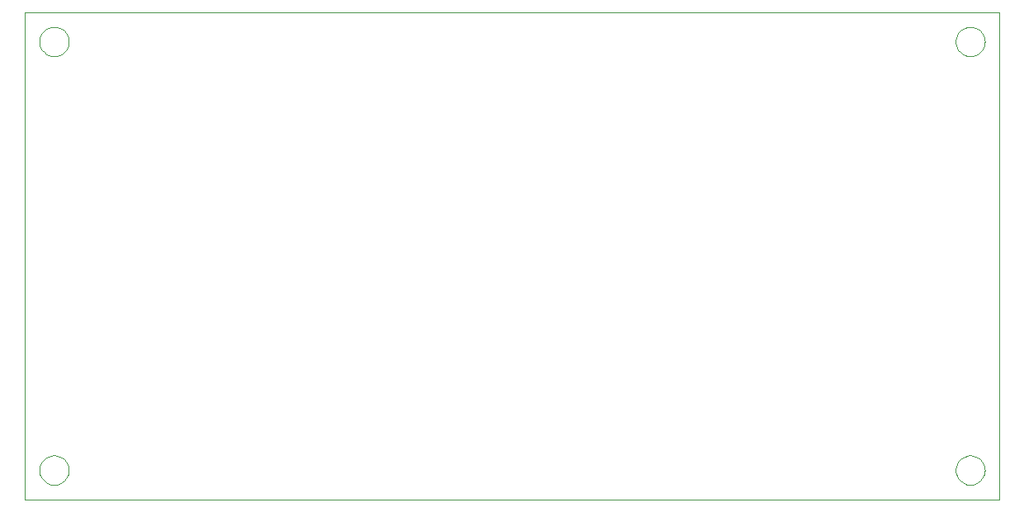
<source format=gbr>
G04 PROTEUS GERBER X2 FILE*
%TF.GenerationSoftware,Labcenter,Proteus,8.16-SP3-Build36097*%
%TF.CreationDate,2025-11-07T09:34:26+00:00*%
%TF.FileFunction,NonPlated,1,2,NPTH*%
%TF.FilePolarity,Positive*%
%TF.Part,Single*%
%TF.SameCoordinates,{86f2edb6-a998-41b4-a695-59585592bfa3}*%
%FSLAX45Y45*%
%MOMM*%
G01*
%TA.AperFunction,Profile*%
%ADD20C,0.101600*%
%TD.AperFunction*%
D20*
X-5528000Y-2391260D02*
X+4472000Y-2391260D01*
X+4472000Y+2608740D01*
X-5528000Y+2608740D01*
X-5528000Y-2391260D01*
X+4322000Y+2308740D02*
X+4321498Y+2320998D01*
X+4317422Y+2345515D01*
X+4308906Y+2370032D01*
X+4295032Y+2394549D01*
X+4273806Y+2418901D01*
X+4249289Y+2437295D01*
X+4224772Y+2449151D01*
X+4200255Y+2456055D01*
X+4175738Y+2458693D01*
X+4172000Y+2458740D01*
X+4022000Y+2308740D02*
X+4022502Y+2320998D01*
X+4026578Y+2345515D01*
X+4035094Y+2370032D01*
X+4048968Y+2394549D01*
X+4070194Y+2418901D01*
X+4094711Y+2437295D01*
X+4119228Y+2449151D01*
X+4143745Y+2456055D01*
X+4168262Y+2458693D01*
X+4172000Y+2458740D01*
X+4022000Y+2308740D02*
X+4022502Y+2296482D01*
X+4026578Y+2271965D01*
X+4035094Y+2247448D01*
X+4048968Y+2222931D01*
X+4070194Y+2198579D01*
X+4094711Y+2180185D01*
X+4119228Y+2168329D01*
X+4143745Y+2161425D01*
X+4168262Y+2158787D01*
X+4172000Y+2158740D01*
X+4322000Y+2308740D02*
X+4321498Y+2296482D01*
X+4317422Y+2271965D01*
X+4308906Y+2247448D01*
X+4295032Y+2222931D01*
X+4273806Y+2198579D01*
X+4249289Y+2180185D01*
X+4224772Y+2168329D01*
X+4200255Y+2161425D01*
X+4175738Y+2158787D01*
X+4172000Y+2158740D01*
X+4322000Y-2091260D02*
X+4321498Y-2079002D01*
X+4317422Y-2054485D01*
X+4308906Y-2029968D01*
X+4295032Y-2005451D01*
X+4273806Y-1981099D01*
X+4249289Y-1962705D01*
X+4224772Y-1950849D01*
X+4200255Y-1943945D01*
X+4175738Y-1941307D01*
X+4172000Y-1941260D01*
X+4022000Y-2091260D02*
X+4022502Y-2079002D01*
X+4026578Y-2054485D01*
X+4035094Y-2029968D01*
X+4048968Y-2005451D01*
X+4070194Y-1981099D01*
X+4094711Y-1962705D01*
X+4119228Y-1950849D01*
X+4143745Y-1943945D01*
X+4168262Y-1941307D01*
X+4172000Y-1941260D01*
X+4022000Y-2091260D02*
X+4022502Y-2103518D01*
X+4026578Y-2128035D01*
X+4035094Y-2152552D01*
X+4048968Y-2177069D01*
X+4070194Y-2201421D01*
X+4094711Y-2219815D01*
X+4119228Y-2231671D01*
X+4143745Y-2238575D01*
X+4168262Y-2241213D01*
X+4172000Y-2241260D01*
X+4322000Y-2091260D02*
X+4321498Y-2103518D01*
X+4317422Y-2128035D01*
X+4308906Y-2152552D01*
X+4295032Y-2177069D01*
X+4273806Y-2201421D01*
X+4249289Y-2219815D01*
X+4224772Y-2231671D01*
X+4200255Y-2238575D01*
X+4175738Y-2241213D01*
X+4172000Y-2241260D01*
X-5078000Y-2091260D02*
X-5078502Y-2079002D01*
X-5082578Y-2054485D01*
X-5091094Y-2029968D01*
X-5104968Y-2005451D01*
X-5126194Y-1981099D01*
X-5150711Y-1962705D01*
X-5175228Y-1950849D01*
X-5199745Y-1943945D01*
X-5224262Y-1941307D01*
X-5228000Y-1941260D01*
X-5378000Y-2091260D02*
X-5377498Y-2079002D01*
X-5373422Y-2054485D01*
X-5364906Y-2029968D01*
X-5351032Y-2005451D01*
X-5329806Y-1981099D01*
X-5305289Y-1962705D01*
X-5280772Y-1950849D01*
X-5256255Y-1943945D01*
X-5231738Y-1941307D01*
X-5228000Y-1941260D01*
X-5378000Y-2091260D02*
X-5377498Y-2103518D01*
X-5373422Y-2128035D01*
X-5364906Y-2152552D01*
X-5351032Y-2177069D01*
X-5329806Y-2201421D01*
X-5305289Y-2219815D01*
X-5280772Y-2231671D01*
X-5256255Y-2238575D01*
X-5231738Y-2241213D01*
X-5228000Y-2241260D01*
X-5078000Y-2091260D02*
X-5078502Y-2103518D01*
X-5082578Y-2128035D01*
X-5091094Y-2152552D01*
X-5104968Y-2177069D01*
X-5126194Y-2201421D01*
X-5150711Y-2219815D01*
X-5175228Y-2231671D01*
X-5199745Y-2238575D01*
X-5224262Y-2241213D01*
X-5228000Y-2241260D01*
X-5078000Y+2308740D02*
X-5078502Y+2320998D01*
X-5082578Y+2345515D01*
X-5091094Y+2370032D01*
X-5104968Y+2394549D01*
X-5126194Y+2418901D01*
X-5150711Y+2437295D01*
X-5175228Y+2449151D01*
X-5199745Y+2456055D01*
X-5224262Y+2458693D01*
X-5228000Y+2458740D01*
X-5378000Y+2308740D02*
X-5377498Y+2320998D01*
X-5373422Y+2345515D01*
X-5364906Y+2370032D01*
X-5351032Y+2394549D01*
X-5329806Y+2418901D01*
X-5305289Y+2437295D01*
X-5280772Y+2449151D01*
X-5256255Y+2456055D01*
X-5231738Y+2458693D01*
X-5228000Y+2458740D01*
X-5378000Y+2308740D02*
X-5377498Y+2296482D01*
X-5373422Y+2271965D01*
X-5364906Y+2247448D01*
X-5351032Y+2222931D01*
X-5329806Y+2198579D01*
X-5305289Y+2180185D01*
X-5280772Y+2168329D01*
X-5256255Y+2161425D01*
X-5231738Y+2158787D01*
X-5228000Y+2158740D01*
X-5078000Y+2308740D02*
X-5078502Y+2296482D01*
X-5082578Y+2271965D01*
X-5091094Y+2247448D01*
X-5104968Y+2222931D01*
X-5126194Y+2198579D01*
X-5150711Y+2180185D01*
X-5175228Y+2168329D01*
X-5199745Y+2161425D01*
X-5224262Y+2158787D01*
X-5228000Y+2158740D01*
M02*

</source>
